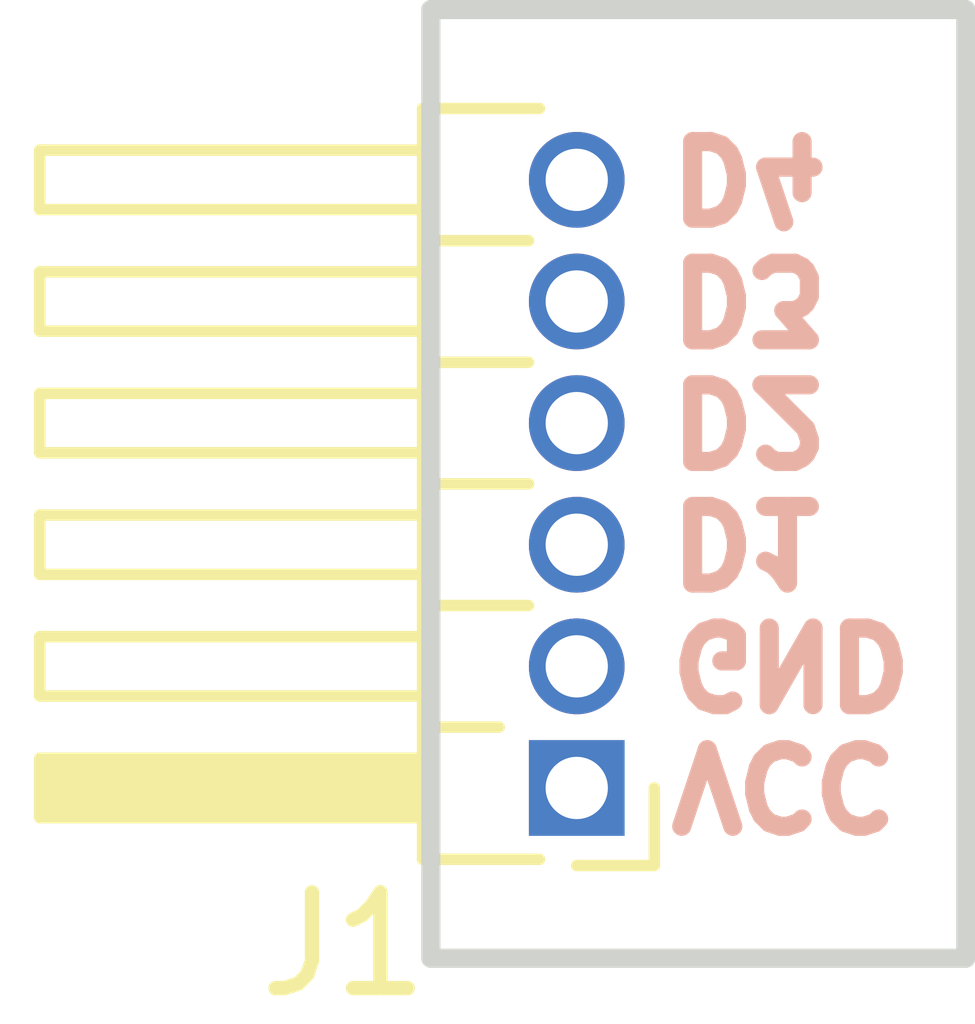
<source format=kicad_pcb>
(kicad_pcb (version 20241229) (generator "pcbnew") (generator_version "9.0")
  (title_block (title "Connector Pmod single version") (date "2025-09-17") (rev "0.0.1") (comment 1 "Manuel Alejandro Baez Ponce"))
  (layers (0 "F.Cu" signal) (2 "B.Cu" signal) (13 "F.Paste" user) (15 "B.Paste" user) (5 "F.SilkS" user "F.Silkscreen") (7 "B.SilkS" user "B.Silkscreen") (1 "F.Mask" user) (3 "B.Mask" user) (25 "Edge.Cuts" user))
  (net 0 "")
  (net 1 "D1")
  (net 2 "GND")
  (net 3 "D4")
  (net 4 "D2")
  (net 5 "D3")
  (net 6 "VCC")
  (footprint "Connector_PinHeader_1.27mm:PinHeader_1x06_P1.27mm_Horizontal" (layer "F.Cu") (at 86.36 99.06 180)
    (property "Reference" "J1" (at 2.4325 -1.635 0) (layer "F.SilkS"))
    (property "Value" "Conn_01x06" (hide yes))
    (fp_line (start 5.610001 0.96) (end 5.61 1.58) (stroke (width 0.12)) (layer "F.SilkS"))
    (fp_line (start 5.61 6.66) (end 1.61 6.66) (stroke (width 0.12)) (layer "F.SilkS"))
    (fp_line (start 5.61 6.04) (end 5.61 6.66) (stroke (width 0.12)) (layer "F.SilkS"))
    (fp_line (start 5.61 5.390001) (end 1.609999 5.39) (stroke (width 0.12)) (layer "F.SilkS"))
    (fp_line (start 5.61 4.77) (end 5.61 5.390001) (stroke (width 0.12)) (layer "F.SilkS"))
    (fp_line (start 5.61 4.12) (end 1.61 4.12) (stroke (width 0.12)) (layer "F.SilkS"))
    (fp_line (start 5.61 3.5) (end 5.61 4.12) (stroke (width 0.12)) (layer "F.SilkS"))
    (fp_line (start 5.61 2.85) (end 1.61 2.85) (stroke (width 0.12)) (layer "F.SilkS"))
    (fp_line (start 5.61 2.23) (end 5.61 2.85) (stroke (width 0.12)) (layer "F.SilkS"))
    (fp_line (start 5.61 1.58) (end 1.61 1.58) (stroke (width 0.12)) (layer "F.SilkS"))
    (fp_line (start 1.61 7.095001) (end 0.39 7.095) (stroke (width 0.12)) (layer "F.SilkS"))
    (fp_line (start 1.61 6.04) (end 5.61 6.04) (stroke (width 0.12)) (layer "F.SilkS"))
    (fp_line (start 1.61 4.77) (end 5.61 4.77) (stroke (width 0.12)) (layer "F.SilkS"))
    (fp_line (start 1.61 3.5) (end 5.61 3.5) (stroke (width 0.12)) (layer "F.SilkS"))
    (fp_line (start 1.61 2.23) (end 5.61 2.23) (stroke (width 0.12)) (layer "F.SilkS"))
    (fp_line (start 1.609999 0.96) (end 5.610001 0.96) (stroke (width 0.12)) (layer "F.SilkS"))
    (fp_line (start 1.609999 -0.745) (end 1.61 7.095001) (stroke (width 0.12)) (layer "F.SilkS"))
    (fp_line (start 0.81 0.635) (end 1.61 0.635) (stroke (width 0.12)) (layer "F.SilkS"))
    (fp_line (start 0.502867 5.715) (end 1.61 5.715) (stroke (width 0.12)) (layer "F.SilkS"))
    (fp_line (start 0.502867 4.445) (end 1.61 4.445001) (stroke (width 0.12)) (layer "F.SilkS"))
    (fp_line (start 0.502867 3.175) (end 1.61 3.175) (stroke (width 0.12)) (layer "F.SilkS"))
    (fp_line (start 0.502867 1.905) (end 1.609999 1.905) (stroke (width 0.12)) (layer "F.SilkS"))
    (fp_line (start 0.39 -0.745) (end 1.609999 -0.745) (stroke (width 0.12)) (layer "F.SilkS"))
    (fp_line (start -0.809999 0) (end -0.81 -0.81) (stroke (width 0.12)) (layer "F.SilkS"))
    (fp_line (start -0.81 -0.81) (end 0 -0.809999) (stroke (width 0.12)) (layer "F.SilkS"))
    (fp_poly (pts (xy 1.61 -0.31) (xy 5.61 -0.31) (xy 5.61 0.31) (xy 1.61 0.31)) (stroke (width 0.12)) (fill yes) (layer "F.SilkS"))
    (pad "1" thru_hole rect (at 0 0 180) (size 1 1) (drill 0.65) (layers "*.Cu" "*.Mask") (net 6 "VCC"))
    (pad "2" thru_hole circle (at 0 1.270001 180) (size 1 1) (drill 0.65) (layers "*.Cu" "*.Mask") (net 2 "GND"))
    (pad "3" thru_hole circle (at 0 2.54 180) (size 1 1) (drill 0.65) (layers "*.Cu" "*.Mask") (net 1 "D1"))
    (pad "4" thru_hole circle (at 0 3.81 180) (size 1 1) (drill 0.65) (layers "*.Cu" "*.Mask") (net 4 "D2"))
    (pad "5" thru_hole circle (at 0 5.079999 180) (size 1 1) (drill 0.65) (layers "*.Cu" "*.Mask") (net 5 "D3"))
    (pad "6" thru_hole circle (at 0 6.35 180) (size 1 1) (drill 0.65) (layers "*.Cu" "*.Mask") (net 3 "D4"))
  )
  (gr_line (start 90.424 100.838) (end 84.836 100.838) (stroke (width 0.2)) (layer "Edge.Cuts"))
  (gr_line (start 84.836 100.838) (end 84.836 90.932) (stroke (width 0.2)) (layer "Edge.Cuts"))
  (gr_line (start 90.424 90.932) (end 90.424 100.838) (stroke (width 0.2)) (layer "Edge.Cuts"))
  (gr_line (start 84.836 90.932) (end 90.424 90.932) (stroke (width 0.2)) (layer "Edge.Cuts"))
  (gr_text "D4" (at 87.249 92.202 180) (layer "B.SilkS") (effects (font (size 0.8 0.8) (thickness 0.2) (bold yes)) (justify left bottom mirror)))
  (gr_text "D1" (at 87.249 96.012 180) (layer "B.SilkS") (effects (font (size 0.8 0.8) (thickness 0.2) (bold yes)) (justify left bottom mirror)))
  (gr_text "D2" (at 87.249 94.742 180) (layer "B.SilkS") (effects (font (size 0.8 0.8) (thickness 0.2) (bold yes)) (justify left bottom mirror)))
  (gr_text "D3" (at 87.249 93.472001 180) (layer "B.SilkS") (effects (font (size 0.8 0.8) (thickness 0.2) (bold yes)) (justify left bottom mirror)))
  (gr_text "GND\n" (at 87.249 97.281999 180) (layer "B.SilkS") (effects (font (size 0.8 0.8) (thickness 0.2) (bold yes)) (justify left bottom mirror)))
  (gr_text "VCC" (at 87.249 98.552 180) (layer "B.SilkS") (effects (font (size 0.8 0.8) (thickness 0.2) (bold yes)) (justify left bottom mirror)))
)
</source>
